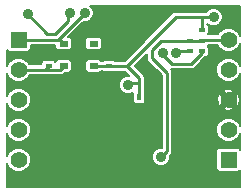
<source format=gbl>
G04 (created by PCBNEW (2013-june-11)-stable) date Sat 02 Aug 2014 12:41:53 PM PDT*
%MOIN*%
G04 Gerber Fmt 3.4, Leading zero omitted, Abs format*
%FSLAX34Y34*%
G01*
G70*
G90*
G04 APERTURE LIST*
%ADD10C,0.00590551*%
%ADD11R,0.03X0.02*%
%ADD12R,0.0236X0.0157*%
%ADD13R,0.0157X0.0236*%
%ADD14R,0.055X0.055*%
%ADD15C,0.055*%
%ADD16C,0.035*%
%ADD17C,0.01*%
%ADD18C,0.006*%
G04 APERTURE END LIST*
G54D10*
G54D11*
X107500Y-42375D03*
X107500Y-41625D03*
X108500Y-42375D03*
X107500Y-42000D03*
X108500Y-41625D03*
G54D12*
X112100Y-41523D03*
X112100Y-41877D03*
X111700Y-41877D03*
X111700Y-41523D03*
X112100Y-41527D03*
X112100Y-41173D03*
X109000Y-42377D03*
X109000Y-42023D03*
G54D13*
X110023Y-43400D03*
X110377Y-43400D03*
G54D12*
X107000Y-42377D03*
X107000Y-42023D03*
G54D14*
X106000Y-41500D03*
G54D15*
X106000Y-42500D03*
X106000Y-43500D03*
X106000Y-44500D03*
X106000Y-45500D03*
G54D14*
X113000Y-45500D03*
G54D15*
X113000Y-44500D03*
X113000Y-43500D03*
X113000Y-42500D03*
X113000Y-41500D03*
G54D16*
X109650Y-43000D03*
X112500Y-40750D03*
X110750Y-45400D03*
X108200Y-40600D03*
X111250Y-41950D03*
X107300Y-42950D03*
X112150Y-45050D03*
X110600Y-42950D03*
X107700Y-40600D03*
X106300Y-40650D03*
X110800Y-41950D03*
G54D17*
X112100Y-41173D02*
X112100Y-40750D01*
X109700Y-42950D02*
X110023Y-42950D01*
X109650Y-43000D02*
X109700Y-42950D01*
X109627Y-42377D02*
X109627Y-42373D01*
X111250Y-40750D02*
X112100Y-40750D01*
X112100Y-40750D02*
X112500Y-40750D01*
X109627Y-42373D02*
X111250Y-40750D01*
X109000Y-42377D02*
X109627Y-42377D01*
X110023Y-42773D02*
X110023Y-42950D01*
X110023Y-42950D02*
X110023Y-43000D01*
X110023Y-43000D02*
X110023Y-43400D01*
X109627Y-42377D02*
X110023Y-42773D01*
X108500Y-42375D02*
X108998Y-42375D01*
X108998Y-42375D02*
X109000Y-42377D01*
X110759Y-41523D02*
X111700Y-41523D01*
X110450Y-41832D02*
X110759Y-41523D01*
X110450Y-42100D02*
X110450Y-41832D01*
X110950Y-42600D02*
X110450Y-42100D01*
X110950Y-45200D02*
X110950Y-42600D01*
X110750Y-45400D02*
X110950Y-45200D01*
X113000Y-41500D02*
X112123Y-41500D01*
X112123Y-41500D02*
X112100Y-41523D01*
X112100Y-41523D02*
X111700Y-41523D01*
X111250Y-41950D02*
X111323Y-41877D01*
X111700Y-41877D02*
X111323Y-41877D01*
X108200Y-40600D02*
X107300Y-41500D01*
X106000Y-41500D02*
X107300Y-41500D01*
X107300Y-41500D02*
X107375Y-41500D01*
X107375Y-41500D02*
X107500Y-41625D01*
X107950Y-42000D02*
X107950Y-42600D01*
X107950Y-42600D02*
X107600Y-42950D01*
X107600Y-42950D02*
X107300Y-42950D01*
X107500Y-42000D02*
X107950Y-42000D01*
X112200Y-44300D02*
X112200Y-45000D01*
X112200Y-45000D02*
X112150Y-45050D01*
X113000Y-43500D02*
X112200Y-44300D01*
X110377Y-43173D02*
X110377Y-43400D01*
X110600Y-42950D02*
X110377Y-43173D01*
X107700Y-40600D02*
X107633Y-40666D01*
X107633Y-40666D02*
X107633Y-40883D01*
X107633Y-40883D02*
X107217Y-41299D01*
X107217Y-41299D02*
X106949Y-41299D01*
X106949Y-41299D02*
X106300Y-40650D01*
X112100Y-41877D02*
X112100Y-41950D01*
X110800Y-42000D02*
X110800Y-41950D01*
X111100Y-42300D02*
X110800Y-42000D01*
X111750Y-42300D02*
X111100Y-42300D01*
X112100Y-41950D02*
X111750Y-42300D01*
X106877Y-42500D02*
X107375Y-42500D01*
X107375Y-42500D02*
X107500Y-42375D01*
X106000Y-42500D02*
X106877Y-42500D01*
X106877Y-42500D02*
X107000Y-42377D01*
G54D10*
G36*
X113390Y-46390D02*
X105609Y-46390D01*
X105609Y-45615D01*
X105656Y-45729D01*
X105770Y-45843D01*
X105919Y-45904D01*
X106080Y-45905D01*
X106229Y-45843D01*
X106343Y-45729D01*
X106404Y-45580D01*
X106405Y-45419D01*
X106343Y-45270D01*
X106229Y-45156D01*
X106080Y-45095D01*
X105919Y-45094D01*
X105770Y-45156D01*
X105656Y-45270D01*
X105609Y-45383D01*
X105609Y-44615D01*
X105656Y-44729D01*
X105770Y-44843D01*
X105919Y-44904D01*
X106080Y-44905D01*
X106229Y-44843D01*
X106343Y-44729D01*
X106404Y-44580D01*
X106405Y-44419D01*
X106343Y-44270D01*
X106229Y-44156D01*
X106080Y-44095D01*
X105919Y-44094D01*
X105770Y-44156D01*
X105656Y-44270D01*
X105609Y-44383D01*
X105609Y-43615D01*
X105656Y-43729D01*
X105770Y-43843D01*
X105919Y-43904D01*
X106080Y-43905D01*
X106229Y-43843D01*
X106343Y-43729D01*
X106404Y-43580D01*
X106405Y-43419D01*
X106343Y-43270D01*
X106229Y-43156D01*
X106080Y-43095D01*
X105919Y-43094D01*
X105770Y-43156D01*
X105656Y-43270D01*
X105609Y-43383D01*
X105609Y-42615D01*
X105656Y-42729D01*
X105770Y-42843D01*
X105919Y-42904D01*
X106080Y-42905D01*
X106229Y-42843D01*
X106343Y-42729D01*
X106363Y-42680D01*
X106877Y-42680D01*
X107375Y-42680D01*
X107443Y-42666D01*
X107502Y-42627D01*
X107524Y-42605D01*
X107675Y-42605D01*
X107723Y-42585D01*
X107760Y-42548D01*
X107779Y-42500D01*
X107780Y-42449D01*
X107780Y-42249D01*
X107760Y-42201D01*
X107723Y-42164D01*
X107675Y-42145D01*
X107624Y-42144D01*
X107324Y-42144D01*
X107276Y-42164D01*
X107239Y-42201D01*
X107229Y-42227D01*
X107228Y-42224D01*
X107191Y-42188D01*
X107143Y-42168D01*
X107092Y-42168D01*
X106856Y-42168D01*
X106808Y-42188D01*
X106771Y-42224D01*
X106752Y-42272D01*
X106751Y-42320D01*
X106363Y-42320D01*
X106343Y-42270D01*
X106229Y-42156D01*
X106080Y-42095D01*
X105919Y-42094D01*
X105770Y-42156D01*
X105656Y-42270D01*
X105609Y-42383D01*
X105609Y-41836D01*
X105614Y-41848D01*
X105651Y-41885D01*
X105699Y-41904D01*
X105750Y-41905D01*
X106300Y-41905D01*
X106348Y-41885D01*
X106385Y-41848D01*
X106404Y-41800D01*
X106405Y-41749D01*
X106405Y-41680D01*
X107219Y-41680D01*
X107219Y-41750D01*
X107239Y-41798D01*
X107276Y-41835D01*
X107324Y-41854D01*
X107375Y-41855D01*
X107675Y-41855D01*
X107723Y-41835D01*
X107760Y-41798D01*
X107779Y-41750D01*
X107780Y-41699D01*
X107780Y-41499D01*
X107760Y-41451D01*
X107723Y-41414D01*
X107675Y-41395D01*
X107659Y-41395D01*
X108149Y-40904D01*
X108260Y-40905D01*
X108372Y-40858D01*
X108458Y-40772D01*
X108504Y-40660D01*
X108505Y-40539D01*
X108458Y-40427D01*
X108391Y-40359D01*
X113390Y-40359D01*
X113390Y-41384D01*
X113343Y-41270D01*
X113229Y-41156D01*
X113080Y-41095D01*
X112919Y-41094D01*
X112770Y-41156D01*
X112656Y-41270D01*
X112636Y-41320D01*
X112330Y-41320D01*
X112347Y-41277D01*
X112348Y-41225D01*
X112348Y-41068D01*
X112328Y-41020D01*
X112291Y-40984D01*
X112280Y-40979D01*
X112280Y-40961D01*
X112327Y-41008D01*
X112439Y-41054D01*
X112560Y-41055D01*
X112672Y-41008D01*
X112758Y-40922D01*
X112804Y-40810D01*
X112805Y-40689D01*
X112758Y-40577D01*
X112672Y-40491D01*
X112560Y-40445D01*
X112439Y-40444D01*
X112327Y-40491D01*
X112248Y-40570D01*
X112100Y-40570D01*
X111250Y-40570D01*
X111181Y-40583D01*
X111122Y-40622D01*
X109548Y-42197D01*
X109200Y-42197D01*
X109191Y-42188D01*
X109143Y-42168D01*
X109092Y-42168D01*
X108856Y-42168D01*
X108808Y-42188D01*
X108801Y-42195D01*
X108780Y-42195D01*
X108780Y-41699D01*
X108780Y-41499D01*
X108760Y-41451D01*
X108723Y-41414D01*
X108675Y-41395D01*
X108624Y-41394D01*
X108324Y-41394D01*
X108276Y-41414D01*
X108239Y-41451D01*
X108220Y-41499D01*
X108219Y-41550D01*
X108219Y-41750D01*
X108239Y-41798D01*
X108276Y-41835D01*
X108324Y-41854D01*
X108375Y-41855D01*
X108675Y-41855D01*
X108723Y-41835D01*
X108760Y-41798D01*
X108779Y-41750D01*
X108780Y-41699D01*
X108780Y-42195D01*
X108753Y-42195D01*
X108723Y-42164D01*
X108675Y-42145D01*
X108624Y-42144D01*
X108324Y-42144D01*
X108276Y-42164D01*
X108239Y-42201D01*
X108220Y-42249D01*
X108219Y-42300D01*
X108219Y-42500D01*
X108239Y-42548D01*
X108276Y-42585D01*
X108324Y-42604D01*
X108375Y-42605D01*
X108675Y-42605D01*
X108723Y-42585D01*
X108753Y-42555D01*
X108797Y-42555D01*
X108808Y-42565D01*
X108856Y-42585D01*
X108907Y-42585D01*
X109143Y-42585D01*
X109191Y-42565D01*
X109200Y-42557D01*
X109552Y-42557D01*
X109690Y-42695D01*
X109589Y-42694D01*
X109477Y-42741D01*
X109391Y-42827D01*
X109345Y-42939D01*
X109344Y-43060D01*
X109391Y-43172D01*
X109477Y-43258D01*
X109589Y-43304D01*
X109710Y-43305D01*
X109814Y-43262D01*
X109814Y-43307D01*
X109814Y-43543D01*
X109834Y-43591D01*
X109870Y-43628D01*
X109918Y-43647D01*
X109970Y-43648D01*
X110127Y-43648D01*
X110175Y-43628D01*
X110211Y-43591D01*
X110231Y-43543D01*
X110231Y-43492D01*
X110231Y-43256D01*
X110211Y-43208D01*
X110203Y-43199D01*
X110203Y-43000D01*
X110203Y-42950D01*
X110203Y-42773D01*
X110189Y-42704D01*
X110150Y-42645D01*
X110150Y-42645D01*
X109879Y-42374D01*
X110270Y-41984D01*
X110270Y-42100D01*
X110283Y-42168D01*
X110322Y-42227D01*
X110770Y-42674D01*
X110770Y-45095D01*
X110689Y-45094D01*
X110577Y-45141D01*
X110491Y-45227D01*
X110445Y-45339D01*
X110444Y-45460D01*
X110491Y-45572D01*
X110577Y-45658D01*
X110689Y-45704D01*
X110810Y-45705D01*
X110922Y-45658D01*
X111008Y-45572D01*
X111054Y-45460D01*
X111055Y-45349D01*
X111077Y-45327D01*
X111077Y-45327D01*
X111116Y-45268D01*
X111129Y-45200D01*
X111130Y-45200D01*
X111130Y-42600D01*
X111116Y-42531D01*
X111079Y-42475D01*
X111099Y-42479D01*
X111100Y-42480D01*
X111750Y-42480D01*
X111818Y-42466D01*
X111877Y-42427D01*
X112219Y-42085D01*
X112243Y-42085D01*
X112291Y-42065D01*
X112328Y-42029D01*
X112347Y-41981D01*
X112348Y-41929D01*
X112348Y-41772D01*
X112328Y-41724D01*
X112305Y-41701D01*
X112327Y-41680D01*
X112636Y-41680D01*
X112656Y-41729D01*
X112770Y-41843D01*
X112919Y-41904D01*
X113080Y-41905D01*
X113229Y-41843D01*
X113343Y-41729D01*
X113390Y-41616D01*
X113390Y-42384D01*
X113343Y-42270D01*
X113229Y-42156D01*
X113080Y-42095D01*
X112919Y-42094D01*
X112770Y-42156D01*
X112656Y-42270D01*
X112595Y-42419D01*
X112594Y-42580D01*
X112656Y-42729D01*
X112770Y-42843D01*
X112919Y-42904D01*
X113080Y-42905D01*
X113229Y-42843D01*
X113343Y-42729D01*
X113390Y-42616D01*
X113390Y-44384D01*
X113371Y-44339D01*
X113371Y-43517D01*
X113350Y-43373D01*
X113336Y-43341D01*
X113291Y-43307D01*
X113192Y-43406D01*
X113192Y-43208D01*
X113158Y-43163D01*
X113017Y-43128D01*
X112873Y-43149D01*
X112841Y-43163D01*
X112807Y-43208D01*
X113000Y-43401D01*
X113192Y-43208D01*
X113192Y-43406D01*
X113098Y-43500D01*
X113291Y-43692D01*
X113336Y-43658D01*
X113371Y-43517D01*
X113371Y-44339D01*
X113343Y-44270D01*
X113229Y-44156D01*
X113192Y-44141D01*
X113192Y-43791D01*
X113000Y-43598D01*
X112901Y-43697D01*
X112901Y-43500D01*
X112708Y-43307D01*
X112663Y-43341D01*
X112628Y-43482D01*
X112649Y-43626D01*
X112663Y-43658D01*
X112708Y-43692D01*
X112901Y-43500D01*
X112901Y-43697D01*
X112807Y-43791D01*
X112841Y-43836D01*
X112982Y-43871D01*
X113126Y-43850D01*
X113158Y-43836D01*
X113192Y-43791D01*
X113192Y-44141D01*
X113080Y-44095D01*
X112919Y-44094D01*
X112770Y-44156D01*
X112656Y-44270D01*
X112595Y-44419D01*
X112594Y-44580D01*
X112656Y-44729D01*
X112770Y-44843D01*
X112919Y-44904D01*
X113080Y-44905D01*
X113229Y-44843D01*
X113343Y-44729D01*
X113390Y-44616D01*
X113390Y-45163D01*
X113385Y-45151D01*
X113348Y-45114D01*
X113300Y-45095D01*
X113249Y-45094D01*
X112699Y-45094D01*
X112651Y-45114D01*
X112614Y-45151D01*
X112595Y-45199D01*
X112594Y-45250D01*
X112594Y-45800D01*
X112614Y-45848D01*
X112651Y-45885D01*
X112699Y-45904D01*
X112750Y-45905D01*
X113300Y-45905D01*
X113348Y-45885D01*
X113385Y-45848D01*
X113390Y-45836D01*
X113390Y-46390D01*
X113390Y-46390D01*
G37*
G54D18*
X113390Y-46390D02*
X105609Y-46390D01*
X105609Y-45615D01*
X105656Y-45729D01*
X105770Y-45843D01*
X105919Y-45904D01*
X106080Y-45905D01*
X106229Y-45843D01*
X106343Y-45729D01*
X106404Y-45580D01*
X106405Y-45419D01*
X106343Y-45270D01*
X106229Y-45156D01*
X106080Y-45095D01*
X105919Y-45094D01*
X105770Y-45156D01*
X105656Y-45270D01*
X105609Y-45383D01*
X105609Y-44615D01*
X105656Y-44729D01*
X105770Y-44843D01*
X105919Y-44904D01*
X106080Y-44905D01*
X106229Y-44843D01*
X106343Y-44729D01*
X106404Y-44580D01*
X106405Y-44419D01*
X106343Y-44270D01*
X106229Y-44156D01*
X106080Y-44095D01*
X105919Y-44094D01*
X105770Y-44156D01*
X105656Y-44270D01*
X105609Y-44383D01*
X105609Y-43615D01*
X105656Y-43729D01*
X105770Y-43843D01*
X105919Y-43904D01*
X106080Y-43905D01*
X106229Y-43843D01*
X106343Y-43729D01*
X106404Y-43580D01*
X106405Y-43419D01*
X106343Y-43270D01*
X106229Y-43156D01*
X106080Y-43095D01*
X105919Y-43094D01*
X105770Y-43156D01*
X105656Y-43270D01*
X105609Y-43383D01*
X105609Y-42615D01*
X105656Y-42729D01*
X105770Y-42843D01*
X105919Y-42904D01*
X106080Y-42905D01*
X106229Y-42843D01*
X106343Y-42729D01*
X106363Y-42680D01*
X106877Y-42680D01*
X107375Y-42680D01*
X107443Y-42666D01*
X107502Y-42627D01*
X107524Y-42605D01*
X107675Y-42605D01*
X107723Y-42585D01*
X107760Y-42548D01*
X107779Y-42500D01*
X107780Y-42449D01*
X107780Y-42249D01*
X107760Y-42201D01*
X107723Y-42164D01*
X107675Y-42145D01*
X107624Y-42144D01*
X107324Y-42144D01*
X107276Y-42164D01*
X107239Y-42201D01*
X107229Y-42227D01*
X107228Y-42224D01*
X107191Y-42188D01*
X107143Y-42168D01*
X107092Y-42168D01*
X106856Y-42168D01*
X106808Y-42188D01*
X106771Y-42224D01*
X106752Y-42272D01*
X106751Y-42320D01*
X106363Y-42320D01*
X106343Y-42270D01*
X106229Y-42156D01*
X106080Y-42095D01*
X105919Y-42094D01*
X105770Y-42156D01*
X105656Y-42270D01*
X105609Y-42383D01*
X105609Y-41836D01*
X105614Y-41848D01*
X105651Y-41885D01*
X105699Y-41904D01*
X105750Y-41905D01*
X106300Y-41905D01*
X106348Y-41885D01*
X106385Y-41848D01*
X106404Y-41800D01*
X106405Y-41749D01*
X106405Y-41680D01*
X107219Y-41680D01*
X107219Y-41750D01*
X107239Y-41798D01*
X107276Y-41835D01*
X107324Y-41854D01*
X107375Y-41855D01*
X107675Y-41855D01*
X107723Y-41835D01*
X107760Y-41798D01*
X107779Y-41750D01*
X107780Y-41699D01*
X107780Y-41499D01*
X107760Y-41451D01*
X107723Y-41414D01*
X107675Y-41395D01*
X107659Y-41395D01*
X108149Y-40904D01*
X108260Y-40905D01*
X108372Y-40858D01*
X108458Y-40772D01*
X108504Y-40660D01*
X108505Y-40539D01*
X108458Y-40427D01*
X108391Y-40359D01*
X113390Y-40359D01*
X113390Y-41384D01*
X113343Y-41270D01*
X113229Y-41156D01*
X113080Y-41095D01*
X112919Y-41094D01*
X112770Y-41156D01*
X112656Y-41270D01*
X112636Y-41320D01*
X112330Y-41320D01*
X112347Y-41277D01*
X112348Y-41225D01*
X112348Y-41068D01*
X112328Y-41020D01*
X112291Y-40984D01*
X112280Y-40979D01*
X112280Y-40961D01*
X112327Y-41008D01*
X112439Y-41054D01*
X112560Y-41055D01*
X112672Y-41008D01*
X112758Y-40922D01*
X112804Y-40810D01*
X112805Y-40689D01*
X112758Y-40577D01*
X112672Y-40491D01*
X112560Y-40445D01*
X112439Y-40444D01*
X112327Y-40491D01*
X112248Y-40570D01*
X112100Y-40570D01*
X111250Y-40570D01*
X111181Y-40583D01*
X111122Y-40622D01*
X109548Y-42197D01*
X109200Y-42197D01*
X109191Y-42188D01*
X109143Y-42168D01*
X109092Y-42168D01*
X108856Y-42168D01*
X108808Y-42188D01*
X108801Y-42195D01*
X108780Y-42195D01*
X108780Y-41699D01*
X108780Y-41499D01*
X108760Y-41451D01*
X108723Y-41414D01*
X108675Y-41395D01*
X108624Y-41394D01*
X108324Y-41394D01*
X108276Y-41414D01*
X108239Y-41451D01*
X108220Y-41499D01*
X108219Y-41550D01*
X108219Y-41750D01*
X108239Y-41798D01*
X108276Y-41835D01*
X108324Y-41854D01*
X108375Y-41855D01*
X108675Y-41855D01*
X108723Y-41835D01*
X108760Y-41798D01*
X108779Y-41750D01*
X108780Y-41699D01*
X108780Y-42195D01*
X108753Y-42195D01*
X108723Y-42164D01*
X108675Y-42145D01*
X108624Y-42144D01*
X108324Y-42144D01*
X108276Y-42164D01*
X108239Y-42201D01*
X108220Y-42249D01*
X108219Y-42300D01*
X108219Y-42500D01*
X108239Y-42548D01*
X108276Y-42585D01*
X108324Y-42604D01*
X108375Y-42605D01*
X108675Y-42605D01*
X108723Y-42585D01*
X108753Y-42555D01*
X108797Y-42555D01*
X108808Y-42565D01*
X108856Y-42585D01*
X108907Y-42585D01*
X109143Y-42585D01*
X109191Y-42565D01*
X109200Y-42557D01*
X109552Y-42557D01*
X109690Y-42695D01*
X109589Y-42694D01*
X109477Y-42741D01*
X109391Y-42827D01*
X109345Y-42939D01*
X109344Y-43060D01*
X109391Y-43172D01*
X109477Y-43258D01*
X109589Y-43304D01*
X109710Y-43305D01*
X109814Y-43262D01*
X109814Y-43307D01*
X109814Y-43543D01*
X109834Y-43591D01*
X109870Y-43628D01*
X109918Y-43647D01*
X109970Y-43648D01*
X110127Y-43648D01*
X110175Y-43628D01*
X110211Y-43591D01*
X110231Y-43543D01*
X110231Y-43492D01*
X110231Y-43256D01*
X110211Y-43208D01*
X110203Y-43199D01*
X110203Y-43000D01*
X110203Y-42950D01*
X110203Y-42773D01*
X110189Y-42704D01*
X110150Y-42645D01*
X110150Y-42645D01*
X109879Y-42374D01*
X110270Y-41984D01*
X110270Y-42100D01*
X110283Y-42168D01*
X110322Y-42227D01*
X110770Y-42674D01*
X110770Y-45095D01*
X110689Y-45094D01*
X110577Y-45141D01*
X110491Y-45227D01*
X110445Y-45339D01*
X110444Y-45460D01*
X110491Y-45572D01*
X110577Y-45658D01*
X110689Y-45704D01*
X110810Y-45705D01*
X110922Y-45658D01*
X111008Y-45572D01*
X111054Y-45460D01*
X111055Y-45349D01*
X111077Y-45327D01*
X111077Y-45327D01*
X111116Y-45268D01*
X111129Y-45200D01*
X111130Y-45200D01*
X111130Y-42600D01*
X111116Y-42531D01*
X111079Y-42475D01*
X111099Y-42479D01*
X111100Y-42480D01*
X111750Y-42480D01*
X111818Y-42466D01*
X111877Y-42427D01*
X112219Y-42085D01*
X112243Y-42085D01*
X112291Y-42065D01*
X112328Y-42029D01*
X112347Y-41981D01*
X112348Y-41929D01*
X112348Y-41772D01*
X112328Y-41724D01*
X112305Y-41701D01*
X112327Y-41680D01*
X112636Y-41680D01*
X112656Y-41729D01*
X112770Y-41843D01*
X112919Y-41904D01*
X113080Y-41905D01*
X113229Y-41843D01*
X113343Y-41729D01*
X113390Y-41616D01*
X113390Y-42384D01*
X113343Y-42270D01*
X113229Y-42156D01*
X113080Y-42095D01*
X112919Y-42094D01*
X112770Y-42156D01*
X112656Y-42270D01*
X112595Y-42419D01*
X112594Y-42580D01*
X112656Y-42729D01*
X112770Y-42843D01*
X112919Y-42904D01*
X113080Y-42905D01*
X113229Y-42843D01*
X113343Y-42729D01*
X113390Y-42616D01*
X113390Y-44384D01*
X113371Y-44339D01*
X113371Y-43517D01*
X113350Y-43373D01*
X113336Y-43341D01*
X113291Y-43307D01*
X113192Y-43406D01*
X113192Y-43208D01*
X113158Y-43163D01*
X113017Y-43128D01*
X112873Y-43149D01*
X112841Y-43163D01*
X112807Y-43208D01*
X113000Y-43401D01*
X113192Y-43208D01*
X113192Y-43406D01*
X113098Y-43500D01*
X113291Y-43692D01*
X113336Y-43658D01*
X113371Y-43517D01*
X113371Y-44339D01*
X113343Y-44270D01*
X113229Y-44156D01*
X113192Y-44141D01*
X113192Y-43791D01*
X113000Y-43598D01*
X112901Y-43697D01*
X112901Y-43500D01*
X112708Y-43307D01*
X112663Y-43341D01*
X112628Y-43482D01*
X112649Y-43626D01*
X112663Y-43658D01*
X112708Y-43692D01*
X112901Y-43500D01*
X112901Y-43697D01*
X112807Y-43791D01*
X112841Y-43836D01*
X112982Y-43871D01*
X113126Y-43850D01*
X113158Y-43836D01*
X113192Y-43791D01*
X113192Y-44141D01*
X113080Y-44095D01*
X112919Y-44094D01*
X112770Y-44156D01*
X112656Y-44270D01*
X112595Y-44419D01*
X112594Y-44580D01*
X112656Y-44729D01*
X112770Y-44843D01*
X112919Y-44904D01*
X113080Y-44905D01*
X113229Y-44843D01*
X113343Y-44729D01*
X113390Y-44616D01*
X113390Y-45163D01*
X113385Y-45151D01*
X113348Y-45114D01*
X113300Y-45095D01*
X113249Y-45094D01*
X112699Y-45094D01*
X112651Y-45114D01*
X112614Y-45151D01*
X112595Y-45199D01*
X112594Y-45250D01*
X112594Y-45800D01*
X112614Y-45848D01*
X112651Y-45885D01*
X112699Y-45904D01*
X112750Y-45905D01*
X113300Y-45905D01*
X113348Y-45885D01*
X113385Y-45848D01*
X113390Y-45836D01*
X113390Y-46390D01*
M02*

</source>
